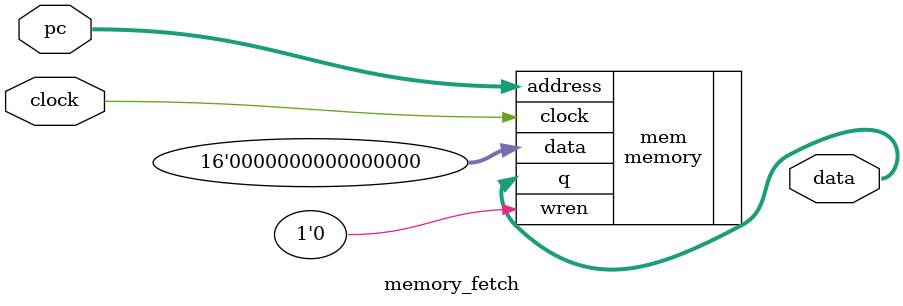
<source format=v>
module memory_fetch(
input clock,
input [15:0] pc,
output [15:0]data
);

memory mem(.data(16'b0), .wren(1'b0), .address(pc), .clock(clock), .q(data));


endmodule
</source>
